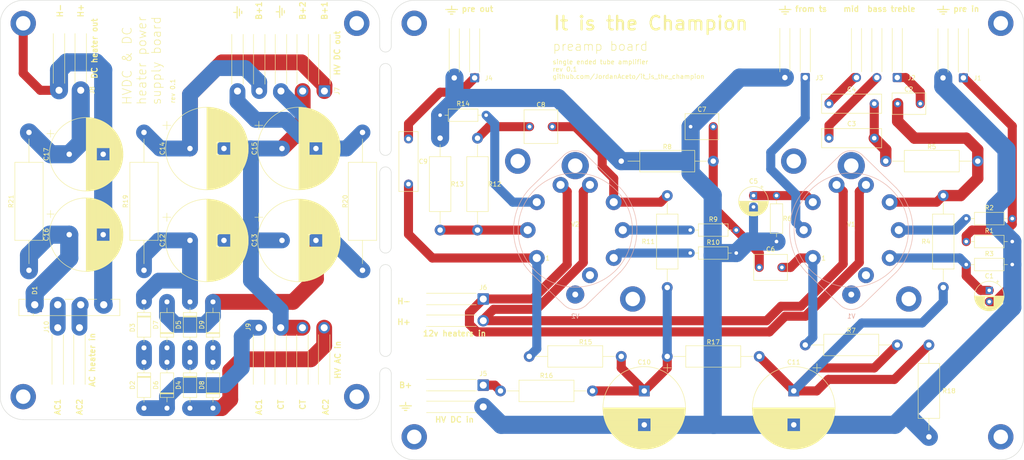
<source format=kicad_pcb>
(kicad_pcb (version 20211014) (generator pcbnew)
  (title_block (title "It is the Champion") (date "2022-07-16") (rev "0.1") (comment 1 "creativecommons.org/licenses/by/4.0/") (comment 2 "License: CC by 4.0") (comment 3 "Author: Jordan Aceto"))
  (layers (0 "F.Cu" signal) (31 "B.Cu" signal) (34 "B.Paste" user) (35 "F.Paste" user) (36 "B.SilkS" user "B.Silkscreen") (37 "F.SilkS" user "F.Silkscreen") (38 "B.Mask" user) (39 "F.Mask" user) (44 "Edge.Cuts" user))
  (net 0 "")
  (net 1 "Earth")
  (net 2 "Net-(C1-Pad1)")
  (net 3 "Net-(C2-Pad2)")
  (net 4 "Net-(C2-Pad1)")
  (net 5 "Net-(C3-Pad2)")
  (net 6 "Net-(C3-Pad1)")
  (net 7 "Net-(C4-Pad1)")
  (net 8 "Net-(C5-Pad1)")
  (net 9 "Net-(C6-Pad2)")
  (net 10 "Net-(C6-Pad1)")
  (net 11 "Net-(C8-Pad2)")
  (net 12 "Net-(C8-Pad1)")
  (net 13 "Net-(C9-Pad2)")
  (net 14 "Net-(D1-Pad2)")
  (net 15 "Net-(D1-Pad3)")
  (net 16 "Net-(D2-Pad2)")
  (net 17 "Net-(J3-Pad1)")
  (net 18 "Net-(R2-Pad1)")
  (net 19 "B+_4")
  (net 20 "Net-(R9-Pad1)")
  (net 21 "Net-(R10-Pad1)")
  (net 22 "B+_3")
  (net 23 "Net-(R12-Pad2)")
  (net 24 "Net-(R14-Pad1)")
  (net 25 "Net-(C16-Pad1)")
  (net 26 "Net-(J5-Pad1)")
  (net 27 "Net-(C12-Pad2)")
  (net 28 "Net-(C12-Pad1)")
  (net 29 "Net-(C14-Pad1)")
  (net 30 "Net-(C17-Pad1)")
  (net 31 "Net-(D2-Pad1)")
  (net 32 "Net-(D4-Pad2)")
  (net 33 "Net-(D4-Pad1)")
  (net 34 "Net-(D6-Pad2)")
  (net 35 "Net-(D8-Pad2)")
  (net 38 "Net-(C13-Pad2)")
  (net 39 "GND1")
  (net 40 "GND3")
  (net 41 "Net-(J6-Pad2)")
  (net 42 "Net-(J6-Pad1)")
  (net 43 "Net-(C9-Pad1)")
  (net 44 "Net-(J1-Pad1)")
  (footprint "Capacitor_THT:CP_Radial_D6.3mm_P2.50mm" (layer "F.Cu") (at 254 108.585 -90)
    (fp_text reference "C1")
    (fp_text value "22u 25v")
  )
  (footprint "Capacitor_THT:C_Rect_L7.2mm_W4.5mm_P5.00mm_FKS2_FKP2_MKS2_MKP2" (layer "F.Cu") (at 238.76 67.31 180)
    (fp_text reference "C2")
    (fp_text value "470p WIMA FKP2")
  )
  (footprint "Capacitor_THT:C_Rect_L13.0mm_W4.0mm_P10.00mm_FKS3_FKP3_MKS4" (layer "F.Cu") (at 218.6 74.93)
    (fp_text reference "C3")
    (fp_text value "22n WIMA MKP4")
  )
  (footprint "Capacitor_THT:C_Rect_L13.0mm_W4.0mm_P10.00mm_FKS3_FKP3_MKS4" (layer "F.Cu") (at 218.6 67.31)
    (fp_text reference "C4")
    (fp_text value "22n WIMA MKP4")
  )
  (footprint "Capacitor_THT:CP_Radial_D6.3mm_P2.50mm" (layer "F.Cu") (at 201.93 87.63 -90)
    (fp_text reference "C5")
    (fp_text value "22u 25v")
  )
  (footprint "Capacitor_THT:C_Rect_L7.2mm_W5.5mm_P5.00mm_FKS2_FKP2_MKS2_MKP2" (layer "F.Cu") (at 203.2 103.505)
    (fp_text reference "C6")
    (fp_text value "2n2 WIMA FKP2")
  )
  (footprint "custom_footprints:signal_wire_connector_2" (layer "F.Cu") (at 213.36 61.53 180)
    (fp_text reference "J3")
    (fp_text value "gain_pcb")
  )
  (footprint "Resistor_THT:R_Axial_DIN0207_L6.3mm_D2.5mm_P10.16mm_Horizontal" (layer "F.Cu") (at 248.92 92.71)
    (fp_text reference "R2")
    (fp_text value "33k")
  )
  (footprint "Resistor_THT:R_Axial_DIN0207_L6.3mm_D2.5mm_P10.16mm_Horizontal" (layer "F.Cu") (at 248.92 102.87)
    (fp_text reference "R3")
    (fp_text value "1k5")
  )
  (footprint "Resistor_THT:R_Axial_DIN0414_L11.9mm_D4.5mm_P20.32mm_Horizontal" (layer "F.Cu") (at 233.68 120.65 180)
    (fp_text reference "R7")
    (fp_text value "100k 1W")
  )
  (footprint "custom_footprints:signal_wire_connector_3" (layer "F.Cu") (at 233.68 61.53 180)
    (fp_text reference "J2")
    (fp_text value "ts_pcb")
  )
  (footprint "Resistor_THT:R_Axial_DIN0207_L6.3mm_D2.5mm_P10.16mm_Horizontal" (layer "F.Cu") (at 207.01 87.63 -90)
    (fp_text reference "R6")
    (fp_text value "2k7")
  )
  (footprint "Resistor_THT:R_Axial_DIN0414_L11.9mm_D4.5mm_P20.32mm_Horizontal" (layer "F.Cu") (at 182.88 107.95 90)
    (fp_text reference "R11")
    (fp_text value "100k 1W")
  )
  (footprint "Resistor_THT:R_Axial_DIN0414_L11.9mm_D4.5mm_P20.32mm_Horizontal" (layer "F.Cu") (at 140.97 74.93 -90)
    (fp_text reference "R12")
    (fp_text value "220k 1W")
  )
  (footprint "Capacitor_THT:C_Rect_L7.2mm_W5.5mm_P5.00mm_FKS2_FKP2_MKS2_MKP2" (layer "F.Cu") (at 193.04 72.39 180)
    (fp_text reference "C7")
    (fp_text value "2n2 WIMA FKP2")
  )
  (footprint "Capacitor_THT:C_Rect_L7.2mm_W7.2mm_P5.00mm_FKS2_FKP2_MKS2_MKP2" (layer "F.Cu") (at 152.48 72.39)
    (fp_text reference "C8")
    (fp_text value "4n7 WIMA FKP2")
  )
  (footprint "Resistor_THT:R_Axial_DIN0207_L6.3mm_D2.5mm_P10.16mm_Horizontal" (layer "F.Cu") (at 142.875 69.85 180)
    (fp_text reference "R14")
    (fp_text value "1k5")
  )
  (footprint "Resistor_THT:R_Axial_DIN0207_L6.3mm_D2.5mm_P10.16mm_Horizontal" (layer "F.Cu") (at 248.92 97.79)
    (fp_text reference "R1")
    (fp_text value "1M")
  )
  (footprint "MountingHole:MountingHole_3.2mm_M3_DIN965_Pad" (layer "F.Cu") (at 127 49.53)
    (fp_text reference "H1" hide)
    (fp_text value "MountingHole")
  )
  (footprint "MountingHole:MountingHole_3.2mm_M3_DIN965_Pad" (layer "F.Cu") (at 256.54 49.53)
    (fp_text reference "H2" hide)
    (fp_text value "MountingHole")
  )
  (footprint "MountingHole:MountingHole_3.2mm_M3_DIN965_Pad" (layer "F.Cu") (at 256.54 140.97)
    (fp_text reference "H3" hide)
    (fp_text value "MountingHole")
  )
  (footprint "MountingHole:MountingHole_3.2mm_M3_DIN965_Pad" (layer "F.Cu") (at 127 140.97)
    (fp_text reference "H4" hide)
    (fp_text value "MountingHole")
  )
  (footprint "Capacitor_THT:C_Rect_L13.0mm_W4.0mm_P10.00mm_FKS3_FKP3_MKS4" (layer "F.Cu") (at 125.73 75.09 -90)
    (fp_text reference "C9")
    (fp_text value "22n WIMA MKP4")
  )
  (footprint "Resistor_THT:R_Axial_DIN0207_L6.3mm_D2.5mm_P10.16mm_Horizontal" (layer "F.Cu") (at 187.96 95.25)
    (fp_text reference "R9")
    (fp_text value "5k6")
  )
  (footprint "Resistor_THT:R_Axial_DIN0414_L11.9mm_D4.5mm_P20.32mm_Horizontal" (layer "F.Cu") (at 132.715 95.25 90)
    (fp_text reference "R13")
    (fp_text value "68k 1W")
  )
  (footprint "Resistor_THT:R_Axial_DIN0414_L11.9mm_D4.5mm_P20.32mm_Horizontal" (layer "F.Cu") (at 243.84 107.95 90)
    (fp_text reference "R4")
    (fp_text value "100k 1W")
  )
  (footprint "Resistor_THT:R_Axial_DIN0207_L6.3mm_D2.5mm_P10.16mm_Horizontal" (layer "F.Cu") (at 187.96 100.33)
    (fp_text reference "R10")
    (fp_text value "10k")
  )
  (footprint "Resistor_THT:R_Axial_DIN0414_L11.9mm_D4.5mm_P20.32mm_Horizontal" (layer "F.Cu") (at 172.72 123.19 180)
    (fp_text reference "R15")
    (fp_text value "100k 1W")
  )
  (footprint "MountingHole:MountingHole_3.2mm_M3_DIN965_Pad" (layer "F.Cu") (at 210.82 80.01)
    (fp_text reference "H5" hide)
    (fp_text value "MountingHole")
  )
  (footprint "MountingHole:MountingHole_3.2mm_M3_DIN965_Pad" (layer "F.Cu") (at 236.22 110.49)
    (fp_text reference "H6" hide)
    (fp_text value "MountingHole")
  )
  (footprint "MountingHole:MountingHole_3.2mm_M3_DIN965_Pad" (layer "F.Cu") (at 149.86 80.01)
    (fp_text reference "H7" hide)
    (fp_text value "MountingHole")
  )
  (footprint "MountingHole:MountingHole_3.2mm_M3_DIN965_Pad" (layer "F.Cu") (at 175.26 110.49)
    (fp_text reference "H8" hide)
    (fp_text value "MountingHole")
  )
  (footprint "Capacitor_THT:CP_Radial_D18.0mm_P7.50mm" (layer "F.Cu") (at 210.82 130.81 -90)
    (fp_text reference "C11")
    (fp_text value "22u 450v")
  )
  (footprint "Connector_Wire:SolderWire-0.75sqmm_1x02_P4.8mm_D1.25mm_OD2.3mm_Relief" (layer "F.Cu") (at 142.24 129.54 -90)
    (fp_text reference "J5")
    (fp_text value "pre_hv_dc_in_pcb")
  )
  (footprint "Connector_Wire:SolderWire-0.75sqmm_1x02_P4.8mm_D1.25mm_OD2.3mm_Relief" (layer "F.Cu") (at 142.24 110.49 -90)
    (fp_text reference "J6")
    (fp_text value "pre_dc_htr_in_pcb")
  )
  (footprint "Resistor_THT:R_Axial_DIN0414_L11.9mm_D4.5mm_P20.32mm_Horizontal" (layer "F.Cu") (at 146.05 130.81)
    (fp_text reference "R16")
    (fp_text value "47k 2W")
  )
  (footprint "Resistor_THT:R_Axial_DIN0414_L11.9mm_D4.5mm_P20.32mm_Horizontal" (layer "F.Cu") (at 203.2 123.19 180)
    (fp_text reference "R17")
    (fp_text value "10k 1W")
  )
  (footprint "Resistor_THT:R_Axial_DIN0414_L11.9mm_D4.5mm_P20.32mm_Horizontal" (layer "F.Cu") (at 240.665 120.65 -90)
    (fp_text reference "R18")
    (fp_text value "220k 1W")
  )
  (footprint "Capacitor_THT:CP_Radial_D18.0mm_P7.50mm" (layer "F.Cu") (at 177.8 130.81 -90)
    (fp_text reference "C10")
    (fp_text value "22u 450v")
  )
  (footprint "Diode_THT:D_DO-41_SOD81_P10.16mm_Horizontal" (layer "F.Cu") (at 82.55 121.285 90)
    (fp_text reference "D9")
    (fp_text value "1N4007")
  )
  (footprint "MountingHole:MountingHole_3.2mm_M3_DIN965_Pad" (layer "F.Cu") (at 114.3 49.53 90)
    (fp_text reference "H9" hide)
    (fp_text value "MountingHole")
  )
  (footprint "MountingHole:MountingHole_3.2mm_M3_DIN965_Pad" (layer "F.Cu") (at 40.64 49.53 90)
    (fp_text reference "H10" hide)
    (fp_text value "MountingHole")
  )
  (footprint "Diode_THT:D_DO-41_SOD81_P10.16mm_Horizontal" (layer "F.Cu") (at 72.39 121.285 90)
    (fp_text reference "D7")
    (fp_text value "1N4007")
  )
  (footprint "Resistor_THT:R_Axial_DIN0617_L17.0mm_D6.0mm_P30.48mm_Horizontal" (layer "F.Cu") (at 67.31 73.66 -90)
    (fp_text reference "R19")
    (fp_text value "100R 5W")
  )
  (footprint "Resistor_THT:R_Axial_DIN0617_L17.0mm_D6.0mm_P30.48mm_Horizontal" (layer "F.Cu") (at 41.91 73.66 -90)
    (fp_text reference "R21")
    (fp_text value "13R 5W")
  )
  (footprint "Connector_Wire:SolderWire-0.75sqmm_1x04_P4.8mm_D1.25mm_OD2.3mm_Relief" (layer "F.Cu") (at 92.71 116.84)
    (fp_text reference "J9")
    (fp_text value "ps_hv_ac_in_pcb")
  )
  (footprint "Diode_THT:Diode_Bridge_Vishay_GBU" (layer "F.Cu") (at 43.18 111.76)
    (fp_text reference "D1")
    (fp_text value "GBU4M")
  )
  (footprint "Capacitor_THT:CP_Radial_D18.0mm_P7.50mm" (layer "F.Cu") (at 97.79 77.216)
    (fp_text reference "C15")
    (fp_text value "220u 350v")
  )
  (footprint "Connector_Wire:SolderWire-0.75sqmm_1x02_P4.8mm_D1.25mm_OD2.3mm_Relief" (layer "F.Cu") (at 48.26 116.84)
    (fp_text reference "J10")
    (fp_text value "ps_dc_htr_in_pcb")
  )
  (footprint "Capacitor_THT:CP_Radial_D16.0mm_P7.50mm" (layer "F.Cu") (at 50.8 96.266)
    (fp_text reference "C16")
    (fp_text value "4700u 25v")
  )
  (footprint "Capacitor_THT:CP_Radial_D16.0mm_P7.50mm" (layer "F.Cu") (at 50.8 78.486)
    (fp_text reference "C17")
    (fp_text value "4700u 25v")
  )
  (footprint "Capacitor_THT:CP_Radial_D18.0mm_P7.50mm" (layer "F.Cu") (at 77.47 97.536)
    (fp_text reference "C12")
    (fp_text value "220u 350v")
  )
  (footprint "Capacitor_THT:CP_Radial_D18.0mm_P7.50mm" (layer "F.Cu") (at 97.79 97.536)
    (fp_text reference "C13")
    (fp_text value "220u 350v")
  )
  (footprint "Connector_Wire:SolderWire-0.75sqmm_1x05_P4.8mm_D1.25mm_OD2.3mm_Relief" (layer "F.Cu") (at 107.162 64.516 180)
    (fp_text reference "J7")
    (fp_text value "ps_hv_dc_out_pcb")
  )
  (footprint "Resistor_THT:R_Axial_DIN0617_L17.0mm_D6.0mm_P30.48mm_Horizontal" (layer "F.Cu") (at 115.57 73.66 -90)
    (fp_text reference "R20")
    (fp_text value "100R 5W")
  )
  (footprint "Diode_THT:D_DO-41_SOD81_P10.16mm_Horizontal" (layer "F.Cu") (at 82.55 134.62 90)
    (fp_text reference "D8")
    (fp_text value "1N4007")
  )
  (footprint "Connector_Wire:SolderWire-0.75sqmm_1x02_P4.8mm_D1.25mm_OD2.3mm_Relief" (layer "F.Cu") (at 53.34 64.346 180)
    (fp_text reference "J8")
    (fp_text value "ps_dc_htr_out_pcb")
  )
  (footprint "MountingHole:MountingHole_3.2mm_M3_DIN965_Pad" (layer "F.Cu") (at 114.3 132.08 90)
    (fp_text reference "H11" hide)
    (fp_text value "MountingHole")
  )
  (footprint "MountingHole:MountingHole_3.2mm_M3_DIN965_Pad" (layer "F.Cu") (at 40.64 132.08 90)
    (fp_text reference "H12" hide)
    (fp_text value "MountingHole")
  )
  (footprint "Capacitor_THT:CP_Radial_D18.0mm_P7.50mm" (layer "F.Cu") (at 77.47 77.216)
    (fp_text reference "C14")
    (fp_text value "220u 350v")
  )
  (footprint "Diode_THT:D_DO-41_SOD81_P10.16mm_Horizontal" (layer "F.Cu") (at 67.31 124.46 -90)
    (fp_text reference "D2")
    (fp_text value "1N4007")
  )
  (footprint "Diode_THT:D_DO-41_SOD81_P10.16mm_Horizontal" (layer "F.Cu") (at 67.31 111.125 -90)
    (fp_text reference "D3")
    (fp_text value "1N4007")
  )
  (footprint "Diode_THT:D_DO-41_SOD81_P10.16mm_Horizontal" (layer "F.Cu") (at 77.47 124.46 -90)
    (fp_text reference "D4")
    (fp_text value "1N4007")
  )
  (footprint "Diode_THT:D_DO-41_SOD81_P10.16mm_Horizontal" (layer "F.Cu") (at 77.47 111.125 -90)
    (fp_text reference "D5")
    (fp_text value "1N4007")
  )
  (footprint "Diode_THT:D_DO-41_SOD81_P10.16mm_Horizontal" (layer "F.Cu") (at 72.39 134.62 90)
    (fp_text reference "D6")
    (fp_text value "1N4007")
  )
  (footprint "custom_footprints:signal_wire_connector_2" (layer "F.Cu") (at 248.285 61.595 180)
    (fp_text reference "J1")
    (fp_text value "pre_in_pcb")
  )
  (footprint "custom_footprints:signal_wire_connector_2" (layer "F.Cu") (at 140.335 61.595 180)
    (fp_text reference "J4")
    (fp_text value "pre_out_pcb")
  )
  (footprint "Resistor_THT:R_Axial_DIN0414_L11.9mm_D4.5mm_P20.32mm_Horizontal" (layer "F.Cu") (at 193.04 80.01 180)
    (fp_text reference "R8")
    (fp_text value "150k 1W")
  )
  (footprint "Resistor_THT:R_Axial_DIN0414_L11.9mm_D4.5mm_P20.32mm_Horizontal" (layer "F.Cu") (at 251.46 80.01 180)
    (fp_text reference "R5")
    (fp_text value "47k 1W")
  )
  (footprint "custom_footprints:belton_VT9-PT-C" (layer "B.Cu") (at 162.56 95.25)
    (fp_text reference "V2")
    (fp_text value "12AX7")
  )
  (footprint "custom_footprints:belton_VT9-PT-C" (layer "B.Cu") (at 223.52 95.25)
    (fp_text reference "V1")
    (fp_text value "12AX7")
  )
  (gr_line (start 243.586 47.498) (end 244.094 47.498) (layer "F.SilkS") (width 0.25))
  (gr_line (start 243.84 46.482) (end 243.84 45.72) (layer "F.SilkS") (width 0.25))
  (gr_line (start 243.078 46.99) (end 244.602 46.99) (layer "F.SilkS") (width 0.25))
  (gr_line (start 242.57 46.482) (end 245.11 46.482) (layer "F.SilkS") (width 0.25))
  (gr_line (start 87.884 48.387) (end 87.884 45.847) (layer "F.SilkS") (width 0.25))
  (gr_line (start 88.392 47.879) (end 88.392 46.355) (layer "F.SilkS") (width 0.25))
  (gr_line (start 87.884 47.117) (end 87.122 47.117) (layer "F.SilkS") (width 0.25))
  (gr_line (start 88.9 47.371) (end 88.9 46.863) (layer "F.SilkS") (width 0.25))
  (gr_line (start 97.282 48.26) (end 97.282 45.72) (layer "F.SilkS") (width 0.25))
  (gr_line (start 97.79 47.752) (end 97.79 46.228) (layer "F.SilkS") (width 0.25))
  (gr_line (start 97.282 46.99) (end 96.52 46.99) (layer "F.SilkS") (width 0.25))
  (gr_line (start 98.298 47.244) (end 98.298 46.736) (layer "F.SilkS") (width 0.25))
  (gr_line (start 123.825 134.112) (end 126.365 134.112) (layer "F.SilkS") (width 0.25))
  (gr_line (start 124.333 134.62) (end 125.857 134.62) (layer "F.SilkS") (width 0.25))
  (gr_line (start 125.095 134.112) (end 125.095 133.35) (layer "F.SilkS") (width 0.25))
  (gr_line (start 124.841 135.128) (end 125.349 135.128) (layer "F.SilkS") (width 0.25))
  (gr_line (start 207.645 46.482) (end 210.185 46.482) (layer "F.SilkS") (width 0.25))
  (gr_line (start 208.153 46.99) (end 209.677 46.99) (layer "F.SilkS") (width 0.25))
  (gr_line (start 133.985 46.482) (end 136.525 46.482) (layer "F.SilkS") (width 0.25))
  (gr_line (start 208.661 47.498) (end 209.169 47.498) (layer "F.SilkS") (width 0.25))
  (gr_line (start 135.001 47.498) (end 135.509 47.498) (layer "F.SilkS") (width 0.25))
  (gr_line (start 135.255 46.482) (end 135.255 45.72) (layer "F.SilkS") (width 0.25))
  (gr_line (start 208.915 46.482) (end 208.915 45.72) (layer "F.SilkS") (width 0.25))
  (gr_line (start 134.493 46.99) (end 136.017 46.99) (layer "F.SilkS") (width 0.25))
  (gr_arc (start 261.62 140.97) (mid 260.132102 144.562102) (end 256.54 146.05) (layer "Edge.Cuts") (width 0.1))
  (gr_line (start 35.56 132.08) (end 35.56 49.53) (layer "Edge.Cuts") (width 0.1))
  (gr_line (start 40.64 44.45) (end 114.3 44.45) (layer "Edge.Cuts") (width 0.1))
  (gr_line (start 114.3 137.16) (end 40.64 137.16) (layer "Edge.Cuts") (width 0.1))
  (gr_arc (start 40.64 137.16) (mid 37.047898 135.672102) (end 35.56 132.08) (layer "Edge.Cuts") (width 0.1))
  (gr_arc (start 35.56 49.53) (mid 37.047898 45.937898) (end 40.64 44.45) (layer "Edge.Cuts") (width 0.1))
  (gr_arc (start 114.3 44.45) (mid 117.892102 45.937898) (end 119.38 49.53) (layer "Edge.Cuts") (width 0.1))
  (gr_arc (start 119.38 132.08) (mid 117.892102 135.672102) (end 114.3 137.16) (layer "Edge.Cuts") (width 0.1))
  (gr_line (start 119.38 132.08) (end 119.38 127) (layer "Edge.Cuts") (width 0.1))
  (gr_line (start 121.92 140.97) (end 121.92 127) (layer "Edge.Cuts") (width 0.1))
  (gr_line (start 119.38 121.92) (end 119.38 104.14) (layer "Edge.Cuts") (width 0.1))
  (gr_line (start 121.92 121.92) (end 121.92 104.14) (layer "Edge.Cuts") (width 0.1))
  (gr_line (start 119.38 82.55) (end 119.38 99.06) (layer "Edge.Cuts") (width 0.1))
  (gr_line (start 121.92 99.06) (end 121.92 82.55) (layer "Edge.Cuts") (width 0.1))
  (gr_line (start 119.38 77.47) (end 119.38 59.69) (layer "Edge.Cuts") (width 0.1))
  (gr_line (start 121.92 59.69) (end 121.92 77.47) (layer "Edge.Cuts") (width 0.1))
  (gr_line (start 119.38 54.61) (end 119.38 49.53) (layer "Edge.Cuts") (width 0.1))
  (gr_line (start 121.92 54.61) (end 121.92 49.53) (layer "Edge.Cuts") (width 0.1))
  (gr_arc (start 119.38 59.69) (mid 120.65 58.42) (end 121.92 59.69) (layer "Edge.Cuts") (width 0.1))
  (gr_line (start 261.62 49.53) (end 261.62 140.97) (layer "Edge.Cuts") (width 0.1))
  (gr_arc (start 121.92 121.92) (mid 120.65 123.19) (end 119.38 121.92) (layer "Edge.Cuts") (width 0.1))
  (gr_arc (start 119.38 127) (mid 120.65 125.73) (end 121.92 127) (layer "Edge.Cuts") (width 0.1))
  (gr_arc (start 121.92 99.06) (mid 120.65 100.33) (end 119.38 99.06) (layer "Edge.Cuts") (width 0.1))
  (gr_line (start 121.92 49.53) (end 121.92 49.53) (layer "Edge.Cuts") (width 0.1))
  (gr_line (start 127 44.45) (end 256.54 44.45) (layer "Edge.Cuts") (width 0.1))
  (gr_arc (start 127 146.05) (mid 123.407898 144.562102) (end 121.92 140.97) (layer "Edge.Cuts") (width 0.1))
  (gr_arc (start 121.92 49.53) (mid 123.407898 45.937898) (end 127 44.45) (layer "Edge.Cuts") (width 0.1))
  (gr_arc (start 119.38 82.55) (mid 120.65 81.28) (end 121.92 82.55) (layer "Edge.Cuts") (width 0.1))
  (gr_arc (start 121.92 54.61) (mid 120.65 55.88) (end 119.38 54.61) (layer "Edge.Cuts") (width 0.1))
  (gr_arc (start 121.92 77.47) (mid 120.65 78.74) (end 119.38 77.47) (layer "Edge.Cuts") (width 0.1))
  (gr_arc (start 119.38 104.14) (mid 120.65 102.87) (end 121.92 104.14) (layer "Edge.Cuts") (width 0.1))
  (gr_line (start 256.54 146.05) (end 127 146.05) (layer "Edge.Cuts") (width 0.1))
  (gr_arc (start 256.54 44.45) (mid 260.132102 45.937898) (end 261.62 49.53) (layer "Edge.Cuts") (width 0.1))
  (gr_text "pre out" (at 140.97 46.355) (layer "F.SilkS") (effects (font (size 1.25 1.25) (thickness 0.25))))
  (gr_text "DC heater out" (at 56.388 55.118 90) (layer "F.SilkS") (effects (font (size 1.25 1.25) (thickness 0.25))))
  (gr_text "B+1" (at 107.188 46.736 90) (layer "F.SilkS") (effects (font (size 1.25 1.25) (thickness 0.25))))
  (gr_text "B+2" (at 102.362 46.736 90) (layer "F.SilkS") (effects (font (size 1.25 1.25) (thickness 0.25))))
  (gr_text "B+1" (at 92.71 46.736 90) (layer "F.SilkS") (effects (font (size 1.25 1.25) (thickness 0.25))))
  (gr_text "AC heater in" (at 55.88 123.952 90) (layer "F.SilkS") (effects (font (size 1.25 1.25) (thickness 0.25))))
  (gr_text "AC1" (at 92.71 134.366 90) (layer "F.SilkS") (effects (font (size 1.25 1.25) (thickness 0.25))))
  (gr_text "AC2" (at 107.442 134.366 90) (layer "F.SilkS") (effects (font (size 1.25 1.25) (thickness 0.25))))
  (gr_text "CT" (at 97.536 133.858 90) (layer "F.SilkS") (effects (font (size 1.25 1.25) (thickness 0.25))))
  (gr_text "HVDC & DC\nheater power \nsupply board" (at 66.802 67.691 90) (layer "F.SilkS") (effects (font (size 2 2)) (justify left)))
  (gr_text "HV AC in" (at 110.109 123.952 90) (layer "F.SilkS") (effects (font (size 1.25 1.25) (thickness 0.25))))
  (gr_text "HV DC out" (at 109.982 56.134 90) (layer "F.SilkS") (effects (font (size 1.25 1.25) (thickness 0.25))))
  (gr_text "rev 0.1" (at 73.66 67.31 90) (layer "F.SilkS") (effects (font (size 1 1)) (justify left)))
  (gr_text "It is the Champion" (at 157.48 49.53) (layer "F.SilkS") (effects (font (size 3 3) (thickness 0.5)) (justify left)))
  (gr_text "preamp board" (at 157.48 54.61) (layer "F.SilkS") (effects (font (size 2 2)) (justify left)))
  (gr_text "B+" (at 125.095 129.54) (layer "F.SilkS") (effects (font (size 1.25 1.25) (thickness 0.25))))
  (gr_text "H-" (at 48.768 46.736 90) (layer "F.SilkS") (effects (font (size 1.25 1.25) (thickness 0.25))))
  (gr_text "CT" (at 102.362 133.858 90) (layer "F.SilkS") (effects (font (size 1.25 1.25) (thickness 0.25))))
  (gr_text "HV DC in" (at 135.89 137.16) (layer "F.SilkS") (effects (font (size 1.25 1.25) (thickness 0.25))))
  (gr_text "H-" (at 124.714 110.998) (layer "F.SilkS") (effects (font (size 1.25 1.25) (thickness 0.25))))
  (gr_text "H+" (at 124.714 115.57) (layer "F.SilkS") (effects (font (size 1.25 1.25) (thickness 0.25))))
  (gr_text "1" (at 217.424 101.473) (layer "F.SilkS") (effects (font (size 1 1))))
  (gr_text "AC1" (at 48.26 134.366 90) (layer "F.SilkS") (effects (font (size 1.25 1.25) (thickness 0.25))))
  (gr_text "treble" (at 234.95 46.355) (layer "F.SilkS") (effects (font (size 1.25 1.25) (thickness 0.25))))
  (gr_text "1" (at 156.464 101.473) (layer "F.SilkS") (effects (font (size 1 1))))
  (gr_text "H+" (at 53.34 46.736 90) (layer "F.SilkS") (effects (font (size 1.25 1.25) (thickness 0.25))))
  (gr_text "AC2" (at 53.086 134.366 90) (layer "F.SilkS") (effects (font (size 1.25 1.25) (thickness 0.25))))
  (gr_text "mid" (at 223.52 46.355) (layer "F.SilkS") (effects (font (size 1.25 1.25) (thickness 0.25))))
  (gr_text "pre in" (at 248.92 46.355) (layer "F.SilkS") (effects (font (size 1.25 1.25) (thickness 0.25))))
  (gr_text "bass" (at 229.235 46.355) (layer "F.SilkS") (effects (font (size 1.25 1.25) (thickness 0.25))))
  (gr_text "from ts" (at 214.63 46.355) (layer "F.SilkS") (effects (font (size 1.25 1.25) (thickness 0.25))))
  (gr_text "V1" (at 223.52 93.98) (layer "F.SilkS") (effects (font (size 1 1))))
  (gr_text "V2" (at 162.56 93.98) (layer "F.SilkS") (effects (font (size 1 1))))
  (gr_text "12v heaters in" (at 135.89 118.11) (layer "F.SilkS") (effects (font (size 1.25 1.25) (thickness 0.25))))
  (gr_text "single ended tube amplifier\nrev 0.1\ngithub.com/JordanAceto/it_is_the_champion" (at 157.48 59.69) (layer "F.SilkS") (effects (font (size 1 1)) (justify left)))
  (segment (start 40.64 60.579) (end 44.407 64.346) (width 2) (layer "F.Cu") (net 1))
  (segment (start 40.64 49.53) (end 40.64 60.579) (width 2) (layer "F.Cu") (net 1))
  (segment (start 44.407 64.346) (end 48.54 64.346) (width 2) (layer "F.Cu") (net 1))
  (segment (start 50.292 58.166) (end 48.54 59.918) (width 4) (layer "B.Cu") (net 1))
  (segment (start 48.54 59.918) (end 48.54 64.346) (width 4) (layer "B.Cu") (net 1))
  (segment (start 56.642 58.166) (end 50.292 58.166) (width 4) (layer "B.Cu") (net 1))
  (segment (start 58.3 59.824) (end 56.642 58.166) (width 4) (layer "B.Cu") (net 1))
  (segment (start 58.3 78.486) (end 58.3 59.824) (width 4) (layer "B.Cu") (net 1))
  (segment (start 58.3 96.266) (end 58.3 111.64) (width 4) (layer "B.Cu") (net 1))
  (segment (start 58.3 111.64) (end 58.42 111.76) (width 4) (layer "B.Cu") (net 1))
  (segment (start 58.3 78.486) (end 58.3 96.266) (width 4) (layer "B.Cu") (net 1))
  (segment (start 254 108.585) (end 252.095 108.585) (width 2) (layer "F.Cu") (net 2))
  (segment (start 252.095 108.585) (end 248.92 105.41) (width 2) (layer "F.Cu") (net 2))
  (segment (start 248.92 105.41) (end 248.92 102.87) (width 2) (layer "F.Cu") (net 2))
  (segment (start 247.471745 101.421745) (end 232.014678 101.421745) (width 2) (layer "B.Cu") (net 2))
  (segment (start 248.92 102.87) (end 247.471745 101.421745) (width 2) (layer "B.Cu") (net 2))
  (segment (start 251.46 80.01) (end 251.46 77.47) (width 2.5) (layer "F.Cu") (net 3))
  (segment (start 237.49 74.93) (end 233.76 71.2) (width 2.5) (layer "F.Cu") (net 3))
  (segment (start 243.84 87.63) (end 247.65 87.63) (width 2.5) (layer "F.Cu") (net 3))
  (segment (start 232.014678 89.078255) (end 242.391745 89.078255) (width 2) (layer "F.Cu") (net 3))
  (segment (start 233.76 71.2) (end 233.76 67.31) (width 2.5) (layer "F.Cu") (net 3))
  (segment (start 251.46 83.82) (end 251.46 80.01) (width 2.5) (layer "F.Cu") (net 3))
  (segment (start 248.92 74.93) (end 237.49 74.93) (width 2.5) (layer "F.Cu") (net 3))
  (segment (start 251.46 77.47) (end 248.92 74.93) (width 2.5) (layer "F.Cu") (net 3))
  (segment (start 242.391745 89.078255) (end 243.84 87.63) (width 2) (layer "F.Cu") (net 3))
  (segment (start 247.65 87.63) (end 251.46 83.82) (width 2.5) (layer "F.Cu") (net 3))
  (segment (start 235.52 61.53) (end 233.68 61.53) (width 2) (layer "F.Cu") (net 4))
  (segment (start 238.76 67.31) (end 238.76 64.77) (width 2) (layer "F.Cu") (net 4))
  (segment (start 238.76 64.77) (end 235.52 61.53) (width 2) (layer "F.Cu") (net 4))
  (segment (start 231.14 80.01) (end 231.14 77.47) (width 2.5) (layer "F.Cu") (net 5))
  (segment (start 231.14 77.47) (end 228.6 74.93) (width 2.5) (layer "F.Cu") (net 5))
  (segment (start 228.6 67.31) (end 228.6 74.93) (width 2) (layer "F.Cu") (net 5))
  (segment (start 218.6 72.11) (end 218.6 74.93) (width 2) (layer "F.Cu") (net 6))
  (segment (start 229.18 61.53) (end 218.6 72.11) (width 2) (layer "F.Cu") (net 6))
  (segment (start 218.6 67.31) (end 218.6 67.15) (width 2) (layer "F.Cu") (net 7))
  (segment (start 218.6 67.15) (end 224.22 61.53) (width 2) (layer "F.Cu") (net 7))
  (segment (start 224.22 61.53) (end 224.68 61.53) (width 2) (layer "F.Cu") (net 7))
  (segment (start 207.01 87.63) (end 213.577067 87.63) (width 2) (layer "F.Cu") (net 8))
  (segment (start 213.577067 87.63) (end 215.025322 89.078255) (width 2) (layer "F.Cu") (net 8))
  (segment (start 201.93 87.63) (end 207.01 87.63) (width 2) (layer "F.Cu") (net 8))
  (segment (start 210.105 103.505) (end 208.2 103.505) (width 2) (layer "F.Cu") (net 9))
  (segment (start 215.025322 101.421745) (end 212.188255 101.421745) (width 2) (layer "F.Cu") (net 9))
  (segment (start 212.188255 101.421745) (end 210.105 103.505) (width 2) (layer "F.Cu") (net 9))
  (segment (start 215.025322 101.421745) (end 215.025322 118.984678) (width 2) (layer "B.Cu") (net 9))
  (segment (start 215.025322 118.984678) (end 213.36 120.65) (width 2) (layer "B.Cu") (net 9))
  (segment (start 203.2 100.33) (end 193.04 90.17) (width 2) (layer "F.Cu") (net 10))
  (segment (start 203.2 103.505) (end 203.2 100.33) (width 2) (layer "F.Cu") (net 10))
  (segment (start 193.04 80.01) (end 193.04 72.39) (width 2) (layer "F.Cu") (net 10))
  (segment (start 193.04 90.17) (end 193.04 80.01) (width 2) (layer "F.Cu") (net 10))
  (segment (start 171.054678 89.078255) (end 181.431745 89.078255) (width 2) (layer "F.Cu") (net 11))
  (segment (start 168.513998 81.28) (end 168.513998 78.343998) (width 2) (layer "F.Cu") (net 11))
  (segment (start 171.054678 83.82068) (end 168.513998 81.28) (width 2) (layer "F.Cu") (net 11))
  (segment (start 181.431745 89.078255) (end 182.88 87.63) (width 2) (layer "F.Cu") (net 11))
  (segment (start 171.054678 89.078255) (end 171.054678 83.82068) (width 2) (layer "F.Cu") (net 11))
  (segment (start 168.513998 78.343998) (end 162.56 72.39) (width 2) (layer "F.Cu") (net 11))
  (segment (start 162.56 72.39) (end 157.48 72.39) (width 2) (layer "F.Cu") (net 11))
  (segment (start 152.48 72.39) (end 143.51 72.39) (width 2) (layer "F.Cu") (net 12))
  (segment (start 143.51 72.39) (end 140.97 74.93) (width 2) (layer "F.Cu") (net 12))
  (segment (start 125.73 96.16349) (end 125.73 85.09) (width 2) (layer "F.Cu") (net 13))
  (segment (start 130.988255 101.421745) (end 125.73 96.16349) (width 2) (layer "F.Cu") (net 13))
  (segment (start 154.065322 101.421745) (end 130.988255 101.421745) (width 2) (layer "F.Cu") (net 13))
  (segment (start 154.065322 101.421745) (end 154.065322 121.524678) (width 2) (layer "B.Cu") (net 13))
  (segment (start 154.065322 121.524678) (end 152.4 123.19) (width 2) (layer "B.Cu") (net 13))
  (segment (start 48.26 116.84) (end 48.26 111.76) (width 3.5) (layer "B.Cu") (net 14))
  (segment (start 53.06 116.84) (end 53.06 112.04) (width 3.5) (layer "B.Cu") (net 15))
  (segment (start 53.06 112.04) (end 53.34 111.76) (width 3.5) (layer "B.Cu") (net 15))
  (segment (start 67.31 134.62) (end 72.39 134.62) (width 3.5) (layer "B.Cu") (net 16))
  (segment (start 74.93 129.54) (end 72.39 132.08) (width 3.5) (layer "B.Cu") (net 16))
  (segment (start 92.71 116.84) (end 90.805 116.84) (width 3.5) (layer "B.Cu") (net 16))
  (segment (start 88.9 118.745) (end 88.9 125.73) (width 3.5) (layer "B.Cu") (net 16))
  (segment (start 90.805 116.84) (end 88.9 118.745) (width 3.5) (layer "B.Cu") (net 16))
  (segment (start 85.09 129.54) (end 74.93 129.54) (width 3.5) (layer "B.Cu") (net 16))
  (segment (start 88.9 125.73) (end 85.09 129.54) (width 3.5) (layer "B.Cu") (net 16))
  (segment (start 72.39 132.08) (end 72.39 134.62) (width 3.5) (layer "B.Cu") (net 16))
  (segment (start 211.270001 93.500001) (end 211.270001 87.3125) (width 2) (layer "B.Cu") (net 17))
  (segment (start 213.02 95.25) (end 211.270001 93.500001) (width 2) (layer "B.Cu") (net 17))
  (segment (start 205.74 78.0725) (end 213.36 70.4525) (width 2) (layer "B.Cu") (net 17))
  (segment (start 213.36 70.4525) (end 213.36 61.53) (width 2) (layer "B.Cu") (net 17))
  (segment (start 211.270001 87.3125) (end 205.74 81.782499) (width 2) (layer "B.Cu") (net 17))
  (segment (start 205.74 81.782499) (end 205.74 78.0725) (width 2) (layer "B.Cu") (net 17))
  (segment (start 246.38 95.25) (end 234.02 95.25) (width 2) (layer "B.Cu") (net 18))
  (segment (start 248.92 92.71) (end 246.38 95.25) (width 2) (layer "B.Cu") (net 18))
  (segment (start 233.68 120.65) (end 228.6 125.73) (width 2) (layer "F.Cu") (net 19))
  (segment (start 215.9 130.81) (end 210.82 130.81) (width 2) (layer "F.Cu") (net 19))
  (segment (start 218.44 128.27) (end 215.9 130.81) (width 2) (layer "F.Cu") (net 19))
  (segment (start 233.045 128.27) (end 218.44 128.27) (width 2) (layer "F.Cu") (net 19))
  (segment (start 215.9 125.73) (end 210.82 130.81) (width 2) (layer "F.Cu") (net 19))
  (segment (start 240.665 120.65) (end 233.045 128.27) (width 2) (layer "F.Cu") (net 19))
  (segment (start 228.6 125.73) (end 215.9 125.73) (width 2) (layer "F.Cu") (net 19))
  (segment (start 210.82 130.81) (end 203.2 123.19) (width 2) (layer "F.Cu") (net 19))
  (segment (start 225.839999 115.790001) (end 239.174999 115.790001) (width 2) (layer "B.Cu") (net 19))
  (segment (start 210.82 130.81) (end 225.839999 115.790001) (width 2) (layer "B.Cu") (net 19))
  (segment (start 243.84 111.125) (end 243.84 107.95) (width 2) (layer "B.Cu") (net 19))
  (segment (start 239.174999 115.790001) (end 243.84 111.125) (width 2) (layer "B.Cu") (net 19))
  (segment (start 187.96 95.25) (end 173.06 95.25) (width 2) (layer "B.Cu") (net 20))
  (segment (start 172.146423 100.33) (end 171.054678 101.421745) (width 2) (layer "B.Cu") (net 21))
  (segment (start 187.96 100.33) (end 172.146423 100.33) (width 2) (layer "B.Cu") (net 21))
  (segment (start 172.72 125.73) (end 177.8 130.81) (width 2) (layer "F.Cu") (net 22))
  (segment (start 182.88 123.19) (end 182.88 125.73) (width 2) (layer "F.Cu") (net 22))
  (segment (start 182.88 125.73) (end 177.8 130.81) (width 2) (layer "F.Cu") (net 22))
  (segment (start 166.37 130.81) (end 177.8 130.81) (width 2) (layer "F.Cu") (net 22))
  (segment (start 172.72 123.19) (end 172.72 125.73) (width 2) (layer "F.Cu") (net 22))
  (segment (start 182.88 107.95) (end 182.88 123.19) (width 2) (layer "B.Cu") (net 22))
  (segment (start 152.06 95.25) (end 132.715 95.25) (width 2) (layer "F.Cu") (net 23))
  (segment (start 154.065322 89.078255) (end 148.768255 89.078255) (width 2) (layer "B.Cu") (net 24))
  (segment (start 148.768255 89.078255) (end 144.78 85.09) (width 2) (layer "B.Cu") (net 24))
  (segment (start 144.78 71.755) (end 142.875 69.85) (width 2) (layer "B.Cu") (net 24))
  (segment (start 144.78 85.09) (end 144.78 71.755) (width 2) (layer "B.Cu") (net 24))
  (segment (start 46.482 96.266) (end 41.91 100.838) (width 4) (layer "B.Cu") (net 25))
  (segment (start 41.91 100.838) (end 41.91 104.14) (width 4) (layer "B.Cu") (net 25))
  (segment (start 50.8 96.266) (end 46.482 96.266) (width 4) (layer "B.Cu") (net 25))
  (segment (start 50.8 96.266) (end 50.8 101.473) (width 4) (layer "B.Cu") (net 25))
  (segment (start 50.8 101.473) (end 43.18 109.093) (width 4) (layer "B.Cu") (net 25))
  (segment (start 43.18 109.093) (end 43.18 111.76) (width 4) (layer "B.Cu") (net 25))
  (segment (start 144.78 129.54) (end 142.24 129.54) (width 2) (layer "F.Cu") (net 26))
  (segment (start 146.05 130.81) (end 144.78 129.54) (width 2) (layer "F.Cu") (net 26))
  (segment (start 102.362 64.516) (end 102.362 72.644) (width 3.5) (layer "F.Cu") (net 27))
  (segment (start 102.362 72.644) (end 97.79 77.216) (width 3.5) (layer "F.Cu") (net 27))
  (segment (start 102.31 116.84) (end 97.51 116.84) (width 3.500001) (layer "F.Cu") (net 27))
  (segment (start 90.932 106.426) (end 97.51 113.004) (width 3.5) (layer "B.Cu") (net 27))
  (segment (start 97.51 113.004) (end 97.51 116.84) (width 3.5) (layer "B.Cu") (net 27))
  (segment (start 90.932 97.536) (end 90.932 106.426) (width 3.5) (layer "B.Cu") (net 27))
  (segment (start 90.932 77.216) (end 97.79 77.216) (width 3.5) (layer "B.Cu") (net 27))
  (segment (start 84.97 77.216) (end 90.932 77.216) (width 3.5) (layer "B.Cu") (net 27))
  (segment (start 84.97 97.536) (end 90.932 97.536) (width 3.5) (layer "B.Cu") (net 27))
  (segment (start 90.932 97.536) (end 97.79 97.536) (width 3.5) (layer "B.Cu") (net 27))
  (segment (start 90.932 77.216) (end 90.932 97.536) (width 3.5) (layer "B.Cu") (net 27))
  (segment (start 70.612 97.536) (end 67.31 100.838) (width 3.5) (layer "B.Cu") (net 28))
  (segment (start 67.31 100.838) (end 67.31 104.14) (width 3.5) (layer "B.Cu") (net 28))
  (segment (start 77.47 97.536) (end 70.612 97.536) (width 3.5) (layer "B.Cu") (net 28))
  (segment (start 70.612 106.426) (end 77.371 106.426) (width 3.5) (layer "B.Cu") (net 28))
  (segment (start 77.371 106.426) (end 77.47 106.525) (width 3.5) (layer "B.Cu") (net 28))
  (segment (start 77.47 106.525) (end 77.47 111.125) (width 3.5) (layer "B.Cu") (net 28))
  (segment (start 67.31 109.728) (end 70.612 106.426) (width 3.5) (layer "B.Cu") (net 28))
  (segment (start 67.31 111.125) (end 67.31 109.728) (width 3.5) (layer "B.Cu") (net 28))
  (segment (start 77.47 111.125) (end 77.47 97.536) (width 3.5) (layer "B.Cu") (net 28))
  (segment (start 107.162 64.516) (end 107.162 63.241) (width 3.5) (layer "F.Cu") (net 29))
  (segment (start 107.162 63.241) (end 102.087 58.166) (width 3.5) (layer "F.Cu") (net 29))
  (segment (start 102.087 58.166) (end 84.582 58.166) (width 3.5) (layer "F.Cu") (net 29))
  (segment (start 84.582 58.166) (end 77.47 65.278) (width 3.5) (layer "F.Cu") (net 29))
  (segment (start 77.47 65.278) (end 77.47 77.216) (width 3.5) (layer "F.Cu") (net 29))
  (segment (start 83.312 59.436) (end 77.47 65.278) (width 3.5) (layer "B.Cu") (net 29))
  (segment (start 77.47 65.278) (end 77.47 77.216) (width 3.5) (layer "B.Cu") (net 29))
  (segment (start 89.662 59.436) (end 83.312 59.436) (width 3.5) (layer "B.Cu") (net 29))
  (segment (start 92.762 62.536) (end 89.662 59.436) (width 3.5) (layer "B.Cu") (net 29))
  (segment (start 92.762 64.516) (end 92.762 62.536) (width 3.5) (layer "B.Cu") (net 29))
  (segment (start 77.47 77.216) (end 70.866 77.216) (width 3.5) (layer "B.Cu") (net 29))
  (segment (start 70.866 77.216) (end 67.31 73.66) (width 3.5) (layer "B.Cu") (net 29))
  (segment (start 50.8 78.486) (end 46.736 78.486) (width 4) (layer "B.Cu") (net 30))
  (segment (start 46.736 78.486) (end 41.91 73.66) (width 4) (layer "B.Cu") (net 30))
  (segment (start 53.34 64.346) (end 53.34 75.946) (width 4) (layer "B.Cu") (net 30))
  (segment (start 53.34 75.946) (end 50.8 78.486) (width 4) (layer "B.Cu") (net 30))
  (segment (start 67.31 121.285) (end 67.31 124.46) (width 3.5) (layer "B.Cu") (net 31))
  (segment (start 86.36 132.715) (end 84.455 134.62) (width 3.5) (layer "F.Cu") (net 32))
  (segment (start 84.455 134.62) (end 82.55 134.62) (width 3.5) (layer "F.Cu") (net 32))
  (segment (start 86.36 126.365) (end 86.36 132.715) (width 3.5) (layer "F.Cu") (net 32))
  (segment (start 88.9 123.825) (end 86.36 126.365) (width 3.5) (layer "F.Cu") (net 32))
  (segment (start 104.14 123.825) (end 88.9 123.825) (width 3.5) (layer "F.Cu") (net 32))
  (segment (start 107.11 120.855) (end 104.14 123.825) (width 3.5) (layer "F.Cu") (net 32))
  (segment (start 107.11 116.84) (end 107.11 120.855) (width 3.5) (layer "F.Cu") (net 32))
  (segment (start 77.47 134.62) (end 82.55 134.62) (width 3.5) (layer "B.Cu") (net 32))
  (segment (start 77.47 124.46) (end 77.47 121.285) (width 3.5) (layer "B.Cu") (net 33))
  (segment (start 72.39 124.46) (end 72.39 121.285) (width 3.5) (layer "B.Cu") (net 34))
  (segment (start 82.55 124.46) (end 82.55 121.285) (width 3.5) (layer "B.Cu") (net 35))
  (segment (start 105.29 106.038) (end 100.203 111.125) (width 3.5) (layer "F.Cu") (net 38))
  (segment (start 100.203 111.125) (end 82.55 111.125) (width 3.5) (layer "F.Cu") (net 38))
  (segment (start 105.29 97.536) (end 105.29 106.038) (width 3.5) (layer "F.Cu") (net 38))
  (segment (start 105.29 97.536) (end 108.966 97.536) (width 3.5) (layer "B.Cu") (net 38))
  (segment (start 108.966 97.536) (end 115.57 104.14) (width 3.5) (layer "B.Cu") (net 38))
  (segment (start 80.645 116.205) (end 82.55 114.3) (width 3.5) (layer "B.Cu") (net 38))
  (segment (start 82.55 114.3) (end 82.55 111.125) (width 3.5) (layer "B.Cu") (net 38))
  (segment (start 74.295 116.205) (end 80.645 116.205) (width 3.5) (layer "B.Cu") (net 38))
  (segment (start 72.39 114.3) (end 74.295 116.205) (width 3.5) (layer "B.Cu") (net 38))
  (segment (start 72.39 111.125) (end 72.39 114.3) (width 3.5) (layer "B.Cu") (net 38))
  (segment (start 87.962 64.516) (end 87.962 66.841) (width 3.5) (layer "B.Cu") (net 39))
  (segment (start 87.962 66.841) (end 91.987 70.866) (width 3.5) (layer "B.Cu") (net 39))
  (segment (start 91.987 70.866) (end 98.552 70.866) (width 3.5) (layer "B.Cu") (net 39))
  (segment (start 98.552 70.866) (end 104.902 77.216) (width 3.5) (layer "B.Cu") (net 39))
  (segment (start 104.902 77.216) (end 105.29 77.216) (width 3.5) (layer "B.Cu") (net 39))
  (segment (start 97.562 64.516) (end 97.562 64.796) (width 3.5) (layer "B.Cu") (net 39))
  (segment (start 105.29 72.524) (end 105.29 77.216) (width 3.5) (layer "B.Cu") (net 39))
  (segment (start 97.562 64.796) (end 105.29 72.524) (width 3.5) (layer "B.Cu") (net 39))
  (segment (start 105.29 77.216) (end 112.014 77.216) (width 3.5) (layer "B.Cu") (net 39))
  (segment (start 112.014 77.216) (end 115.57 73.66) (width 3.5) (layer "B.Cu") (net 39))
  (segment (start 259.08 107.265002) (end 259.08 102.87) (width 2) (layer "F.Cu") (net 40))
  (segment (start 255.260002 111.085) (end 259.08 107.265002) (width 2) (layer "F.Cu") (net 40))
  (segment (start 254 111.085) (end 255.260002 111.085) (width 2) (layer "F.Cu") (net 40))
  (segment (start 235.260251 136.200251) (end 233.150501 138.31) (width 4) (layer "B.Cu") (net 40))
  (segment (start 259.08 102.87) (end 259.08 112.380501) (width 4) (layer "B.Cu") (net 40))
  (segment (start 135.89 66.675) (end 135.89 61.53) (width 4) (layer "B.Cu") (net 40))
  (segment (start 132.715 69.85) (end 135.89 66.675) (width 4) (layer "B.Cu") (net 40))
  (segment (start 207.01 97.79) (end 200.66 97.79) (width 4) (layer "B.Cu") (net 40))
  (segment (start 193.16 138.31) (end 177.8 138.31) (width 4) (layer "B.Cu") (net 40))
  (segment (start 188.04 80.01) (end 188.04 72.39) (width 4) (layer "B.Cu") (net 40))
  (segment (start 240.665 140.97) (end 235.895251 136.200251) (width 4) (layer "B.Cu") (net 40))
  (segment (start 172.72 80.01) (end 158.75 66.04) (width 4) (layer "B.Cu") (net 40))
  (segment (start 210.82 138.31) (end 193.16 138.31) (width 4) (layer "B.Cu") (net 40))
  (segment (start 201.93 90.13) (end 201.93 96.52) (width 2) (layer "B.Cu") (net 40))
  (segment (start 172.72 80.01) (end 188.04 80.01) (width 4) (layer "B.Cu") (net 40))
  (segment (start 233.150501 138.31) (end 210.82 138.31) (width 4) (layer "B.Cu") (net 40))
  (segment (start 192.92 87.51) (end 192.92 100.845) (width 4) (layer "B.Cu") (net 40))
  (segment (start 146.21 138.31) (end 142.24 134.34) (width 4) (layer "B.Cu") (net 40))
  (segment (start 243.84 61.53) (end 243.84 63.5) (width 4) (layer "B.Cu") (net 40))
  (segment (start 259.08 97.79) (end 259.08 102.87) (width 4) (layer "B.Cu") (net 40))
  (segment (start 255.27 93.98) (end 259.08 97.79) (width 4) (layer "B.Cu") (net 40))
  (segment (start 201.93 96.52) (end 200.66 97.79) (width 2) (layer "B.Cu") (net 40))
  (segment (start 193.435 100.33) (end 192.92 100.845) (width 4) (layer "B.Cu") (net 40))
  (segment (start 192.92 138.07) (end 193.16 138.31) (width 4) (layer "B.Cu") (net 40))
  (segment (start 208.86 61.53) (end 198.9 61.53) (width 4) (layer "B.Cu") (net 40))
  (segment (start 243.84 63.5) (end 257.81 77.47) (width 4) (layer "B.Cu") (net 40))
  (segment (start 198.9 61.53) (end 188.04 72.39) (width 4) (layer "B.Cu") (net 40))
  (segment (start 255.27 90.17) (end 255.27 93.98) (width 4) (layer "B.Cu") (net 40))
  (segment (start 259.08 112.380501) (end 235.260251 136.200251) (width 4) (layer "B.Cu") (net 40))
  (segment (start 198.12 100.33) (end 193.435 100.33) (width 4) (layer "B.Cu") (net 40))
  (segment (start 257.81 87.63) (end 255.27 90.17) (width 4) (layer "B.Cu") (net 40))
  (segment (start 192.92 100.845) (end 192.92 138.07) (width 4) (layer "B.Cu") (net 40))
  (segment (start 188.04 80.01) (end 188.04 82.63) (width 4) (layer "B.Cu") (net 40))
  (segment (start 188.04 82.63) (end 192.92 87.51) (width 4) (layer "B.Cu") (net 40))
  (segment (start 132.715 69.85) (end 132.715 74.93) (width 4) (layer "B.Cu") (net 40))
  (segment (start 235.895251 136.200251) (end 235.260251 136.200251) (width 2) (layer "B.Cu") (net 40))
  (segment (start 257.81 77.47) (end 257.81 87.63) (width 4) (layer "B.Cu") (net 40))
  (segment (start 177.8 138.31) (end 146.21 138.31) (width 4) (layer "B.Cu") (net 40))
  (segment (start 200.66 97.79) (end 198.12 100.33) (width 4) (layer "B.Cu") (net 40))
  (segment (start 158.75 66.04) (end 135.89 66.04) (width 4) (layer "B.Cu") (net 40))
  (segment (start 164.338 86.730585) (end 164.338 102.425285) (width 2) (layer "F.Cu") (net 41))
  (segment (start 165.804678 85.263907) (end 164.338 86.730585) (width 2) (layer "F.Cu") (net 41))
  (segment (start 212.385011 112.099989) (end 221.742 102.743) (width 2) (layer "F.Cu") (net 41))
  (segment (start 221.742 86.730585) (end 220.275322 85.263907) (width 2) (layer "F.Cu") (net 41))
  (segment (start 153.987285 112.776) (end 144.526 112.776) (width 2) (layer "F.Cu") (net 41))
  (segment (start 142.24 115.062) (end 142.24 115.29) (width 2) (layer "F.Cu") (net 41))
  (segment (start 221.742 102.743) (end 221.742 86.730585) (width 2) (layer "F.Cu") (net 41))
  (segment (start 142.24 115.29) (end 204.813716 115.29) (width 2) (layer "F.Cu") (net 41))
  (segment (start 164.338 102.425285) (end 153.987285 112.776) (width 2) (layer "F.Cu") (net 41))
  (segment (start 208.003726 112.099989) (end 212.385011 112.099989) (width 2) (layer "F.Cu") (net 41))
  (segment (start 204.813716 115.29) (end 208.003726 112.099989) (width 2) (layer "F.Cu") (net 41))
  (segment (start 144.526 112.776) (end 142.24 115.062) (width 2) (layer "F.Cu") (net 41))
  (segment (start 225.298 86.730585) (end 225.298 102.425285) (width 2) (layer "F.Cu") (net 42))
  (segment (start 160.782 102.87) (end 160.782 86.730585) (width 2) (layer "F.Cu") (net 42))
  (segment (start 208.915 114.3) (end 205.449999 117.765001) (width 2) (layer "F.Cu") (net 42))
  (segment (start 140.879001 117.765001) (end 139.192 116.078) (width 2) (layer "F.Cu") (net 42))
  (segment (start 153.162 110.49) (end 160.782 102.87) (width 2) (layer "F.Cu") (net 42))
  (segment (start 142.24 110.49) (end 153.162 110.49) (width 2) (layer "F.Cu") (net 42))
  (segment (start 226.764678 85.263907) (end 225.298 86.730585) (width 2) (layer "F.Cu") (net 42))
  (segment (start 139.192 116.078) (end 139.192 113.538) (width 2) (layer "F.Cu") (net 42))
  (segment (start 225.298 102.425285) (end 213.423285 114.3) (width 2) (layer "F.Cu") (net 42))
  (segment (start 205.449999 117.765001) (end 140.879001 117.765001) (width 2) (layer "F.Cu") (net 42))
  (segment (start 160.782 86.730585) (end 159.315322 85.263907) (width 2) (layer "F.Cu") (net 42))
  (segment (start 213.423285 114.3) (end 208.915 114.3) (width 2) (layer "F.Cu") (net 42))
  (segment (start 139.192 113.538) (end 142.24 110.49) (width 2) (layer "F.Cu") (net 42))
  (segment (start 132.715 64.77) (end 137.15 64.77) (width 2) (layer "F.Cu") (net 43))
  (segment (start 125.73 71.755) (end 132.715 64.77) (width 2) (layer "F.Cu") (net 43))
  (segment (start 137.15 64.77) (end 140.39 61.53) (width 2) (layer "F.Cu") (net 43))
  (segment (start 125.73 75.09) (end 125.73 71.755) (width 2) (layer "F.Cu") (net 43))
  (segment (start 248.92 96.52) (end 248.92 97.79) (width 2) (layer "F.Cu") (net 44))
  (segment (start 259.08 93.98) (end 257.81 95.25) (width 2) (layer "F.Cu") (net 44))
  (segment (start 259.08 92.71) (end 259.08 72.27) (width 2) (layer "F.Cu") (net 44))
  (segment (start 250.19 95.25) (end 248.92 96.52) (width 2) (layer "F.Cu") (net 44))
  (segment (start 257.81 95.25) (end 250.19 95.25) (width 2) (layer "F.Cu") (net 44))
  (segment (start 259.08 72.27) (end 248.34 61.53) (width 2) (layer "F.Cu") (net 44))
  (segment (start 259.08 92.71) (end 259.08 93.98) (width 2) (layer "F.Cu") (net 44))
)
</source>
